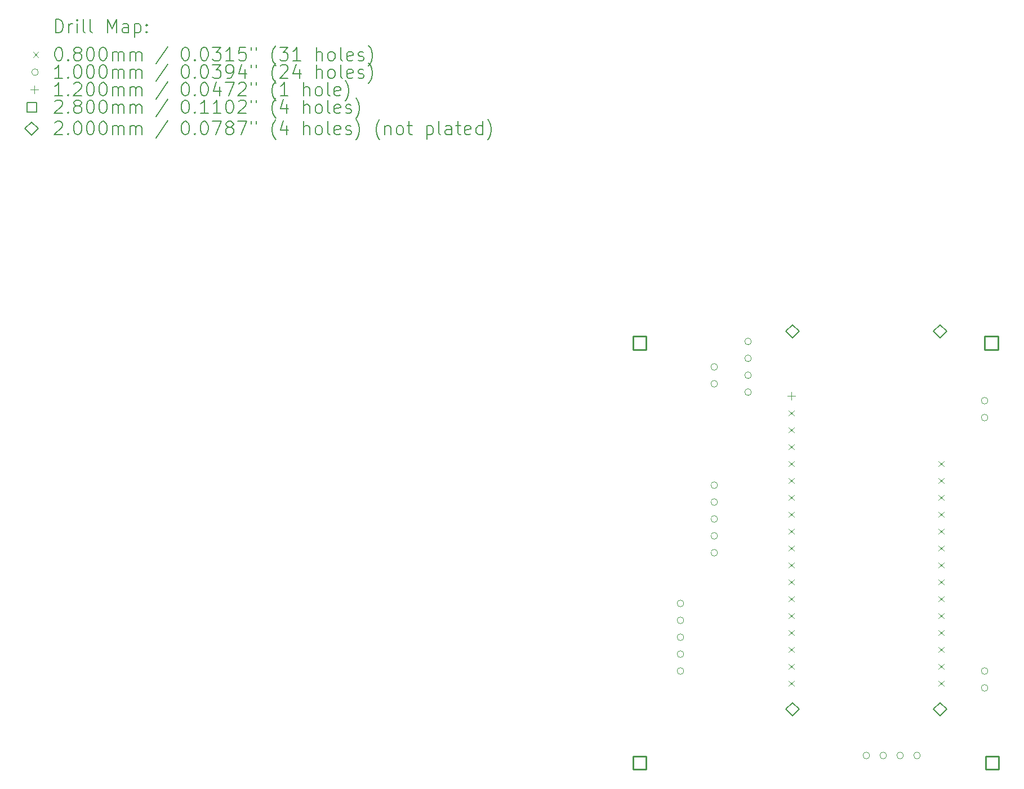
<source format=gbr>
%FSLAX45Y45*%
G04 Gerber Fmt 4.5, Leading zero omitted, Abs format (unit mm)*
G04 Created by KiCad (PCBNEW (6.0.4-0)) date 2022-05-17 11:22:08*
%MOMM*%
%LPD*%
G01*
G04 APERTURE LIST*
%ADD10C,0.200000*%
%ADD11C,0.080000*%
%ADD12C,0.100000*%
%ADD13C,0.120000*%
%ADD14C,0.280000*%
G04 APERTURE END LIST*
D10*
D11*
X11281000Y-5987000D02*
X11361000Y-6067000D01*
X11361000Y-5987000D02*
X11281000Y-6067000D01*
X11281000Y-6241000D02*
X11361000Y-6321000D01*
X11361000Y-6241000D02*
X11281000Y-6321000D01*
X11281000Y-6495000D02*
X11361000Y-6575000D01*
X11361000Y-6495000D02*
X11281000Y-6575000D01*
X11281000Y-6749000D02*
X11361000Y-6829000D01*
X11361000Y-6749000D02*
X11281000Y-6829000D01*
X11281000Y-7003000D02*
X11361000Y-7083000D01*
X11361000Y-7003000D02*
X11281000Y-7083000D01*
X11281000Y-7257000D02*
X11361000Y-7337000D01*
X11361000Y-7257000D02*
X11281000Y-7337000D01*
X11281000Y-7511000D02*
X11361000Y-7591000D01*
X11361000Y-7511000D02*
X11281000Y-7591000D01*
X11281000Y-7765000D02*
X11361000Y-7845000D01*
X11361000Y-7765000D02*
X11281000Y-7845000D01*
X11281000Y-8019000D02*
X11361000Y-8099000D01*
X11361000Y-8019000D02*
X11281000Y-8099000D01*
X11281000Y-8273000D02*
X11361000Y-8353000D01*
X11361000Y-8273000D02*
X11281000Y-8353000D01*
X11281000Y-8527000D02*
X11361000Y-8607000D01*
X11361000Y-8527000D02*
X11281000Y-8607000D01*
X11281000Y-8781000D02*
X11361000Y-8861000D01*
X11361000Y-8781000D02*
X11281000Y-8861000D01*
X11281000Y-9035000D02*
X11361000Y-9115000D01*
X11361000Y-9035000D02*
X11281000Y-9115000D01*
X11281000Y-9289000D02*
X11361000Y-9369000D01*
X11361000Y-9289000D02*
X11281000Y-9369000D01*
X11281000Y-9543000D02*
X11361000Y-9623000D01*
X11361000Y-9543000D02*
X11281000Y-9623000D01*
X11281000Y-9797000D02*
X11361000Y-9877000D01*
X11361000Y-9797000D02*
X11281000Y-9877000D01*
X11281000Y-10051000D02*
X11361000Y-10131000D01*
X11361000Y-10051000D02*
X11281000Y-10131000D01*
X13531000Y-6749000D02*
X13611000Y-6829000D01*
X13611000Y-6749000D02*
X13531000Y-6829000D01*
X13531000Y-7003000D02*
X13611000Y-7083000D01*
X13611000Y-7003000D02*
X13531000Y-7083000D01*
X13531000Y-7257000D02*
X13611000Y-7337000D01*
X13611000Y-7257000D02*
X13531000Y-7337000D01*
X13531000Y-7511000D02*
X13611000Y-7591000D01*
X13611000Y-7511000D02*
X13531000Y-7591000D01*
X13531000Y-7765000D02*
X13611000Y-7845000D01*
X13611000Y-7765000D02*
X13531000Y-7845000D01*
X13531000Y-8019000D02*
X13611000Y-8099000D01*
X13611000Y-8019000D02*
X13531000Y-8099000D01*
X13531000Y-8273000D02*
X13611000Y-8353000D01*
X13611000Y-8273000D02*
X13531000Y-8353000D01*
X13531000Y-8527000D02*
X13611000Y-8607000D01*
X13611000Y-8527000D02*
X13531000Y-8607000D01*
X13531000Y-8781000D02*
X13611000Y-8861000D01*
X13611000Y-8781000D02*
X13531000Y-8861000D01*
X13531000Y-9035000D02*
X13611000Y-9115000D01*
X13611000Y-9035000D02*
X13531000Y-9115000D01*
X13531000Y-9289000D02*
X13611000Y-9369000D01*
X13611000Y-9289000D02*
X13531000Y-9369000D01*
X13531000Y-9543000D02*
X13611000Y-9623000D01*
X13611000Y-9543000D02*
X13531000Y-9623000D01*
X13531000Y-9797000D02*
X13611000Y-9877000D01*
X13611000Y-9797000D02*
X13531000Y-9877000D01*
X13531000Y-10051000D02*
X13611000Y-10131000D01*
X13611000Y-10051000D02*
X13531000Y-10131000D01*
D12*
X9702000Y-8890000D02*
G75*
G03*
X9702000Y-8890000I-50000J0D01*
G01*
X9702000Y-9144000D02*
G75*
G03*
X9702000Y-9144000I-50000J0D01*
G01*
X9702000Y-9398000D02*
G75*
G03*
X9702000Y-9398000I-50000J0D01*
G01*
X9702000Y-9652000D02*
G75*
G03*
X9702000Y-9652000I-50000J0D01*
G01*
X9702000Y-9906000D02*
G75*
G03*
X9702000Y-9906000I-50000J0D01*
G01*
X10210000Y-5334000D02*
G75*
G03*
X10210000Y-5334000I-50000J0D01*
G01*
X10210000Y-5588000D02*
G75*
G03*
X10210000Y-5588000I-50000J0D01*
G01*
X10210000Y-7112500D02*
G75*
G03*
X10210000Y-7112500I-50000J0D01*
G01*
X10210000Y-7366500D02*
G75*
G03*
X10210000Y-7366500I-50000J0D01*
G01*
X10210000Y-7620500D02*
G75*
G03*
X10210000Y-7620500I-50000J0D01*
G01*
X10210000Y-7874500D02*
G75*
G03*
X10210000Y-7874500I-50000J0D01*
G01*
X10210000Y-8128500D02*
G75*
G03*
X10210000Y-8128500I-50000J0D01*
G01*
X10718000Y-4952000D02*
G75*
G03*
X10718000Y-4952000I-50000J0D01*
G01*
X10718000Y-5206000D02*
G75*
G03*
X10718000Y-5206000I-50000J0D01*
G01*
X10718000Y-5460000D02*
G75*
G03*
X10718000Y-5460000I-50000J0D01*
G01*
X10718000Y-5714000D02*
G75*
G03*
X10718000Y-5714000I-50000J0D01*
G01*
X12496000Y-11176000D02*
G75*
G03*
X12496000Y-11176000I-50000J0D01*
G01*
X12750000Y-11176000D02*
G75*
G03*
X12750000Y-11176000I-50000J0D01*
G01*
X13004000Y-11176000D02*
G75*
G03*
X13004000Y-11176000I-50000J0D01*
G01*
X13258000Y-11176000D02*
G75*
G03*
X13258000Y-11176000I-50000J0D01*
G01*
X14274000Y-5842000D02*
G75*
G03*
X14274000Y-5842000I-50000J0D01*
G01*
X14274000Y-6096000D02*
G75*
G03*
X14274000Y-6096000I-50000J0D01*
G01*
X14274000Y-9906000D02*
G75*
G03*
X14274000Y-9906000I-50000J0D01*
G01*
X14274000Y-10160000D02*
G75*
G03*
X14274000Y-10160000I-50000J0D01*
G01*
D13*
X11321000Y-5713000D02*
X11321000Y-5833000D01*
X11261000Y-5773000D02*
X11381000Y-5773000D01*
D14*
X9133996Y-5073996D02*
X9133996Y-4876004D01*
X8936004Y-4876004D01*
X8936004Y-5073996D01*
X9133996Y-5073996D01*
X9133996Y-11383996D02*
X9133996Y-11186004D01*
X8936004Y-11186004D01*
X8936004Y-11383996D01*
X9133996Y-11383996D01*
X14423996Y-5073996D02*
X14423996Y-4876004D01*
X14226004Y-4876004D01*
X14226004Y-5073996D01*
X14423996Y-5073996D01*
X14433996Y-11383996D02*
X14433996Y-11186004D01*
X14236004Y-11186004D01*
X14236004Y-11383996D01*
X14433996Y-11383996D01*
D10*
X11336000Y-4901000D02*
X11436000Y-4801000D01*
X11336000Y-4701000D01*
X11236000Y-4801000D01*
X11336000Y-4901000D01*
X11336000Y-10581000D02*
X11436000Y-10481000D01*
X11336000Y-10381000D01*
X11236000Y-10481000D01*
X11336000Y-10581000D01*
X13556000Y-4901000D02*
X13656000Y-4801000D01*
X13556000Y-4701000D01*
X13456000Y-4801000D01*
X13556000Y-4901000D01*
X13556000Y-10581000D02*
X13656000Y-10481000D01*
X13556000Y-10381000D01*
X13456000Y-10481000D01*
X13556000Y-10581000D01*
X257619Y-310476D02*
X257619Y-110476D01*
X305238Y-110476D01*
X333810Y-120000D01*
X352857Y-139048D01*
X362381Y-158095D01*
X371905Y-196190D01*
X371905Y-224762D01*
X362381Y-262857D01*
X352857Y-281905D01*
X333810Y-300952D01*
X305238Y-310476D01*
X257619Y-310476D01*
X457619Y-310476D02*
X457619Y-177143D01*
X457619Y-215238D02*
X467143Y-196190D01*
X476667Y-186667D01*
X495714Y-177143D01*
X514762Y-177143D01*
X581429Y-310476D02*
X581429Y-177143D01*
X581429Y-110476D02*
X571905Y-120000D01*
X581429Y-129524D01*
X590952Y-120000D01*
X581429Y-110476D01*
X581429Y-129524D01*
X705238Y-310476D02*
X686190Y-300952D01*
X676667Y-281905D01*
X676667Y-110476D01*
X810000Y-310476D02*
X790952Y-300952D01*
X781428Y-281905D01*
X781428Y-110476D01*
X1038571Y-310476D02*
X1038571Y-110476D01*
X1105238Y-253333D01*
X1171905Y-110476D01*
X1171905Y-310476D01*
X1352857Y-310476D02*
X1352857Y-205714D01*
X1343333Y-186667D01*
X1324286Y-177143D01*
X1286190Y-177143D01*
X1267143Y-186667D01*
X1352857Y-300952D02*
X1333810Y-310476D01*
X1286190Y-310476D01*
X1267143Y-300952D01*
X1257619Y-281905D01*
X1257619Y-262857D01*
X1267143Y-243809D01*
X1286190Y-234286D01*
X1333810Y-234286D01*
X1352857Y-224762D01*
X1448095Y-177143D02*
X1448095Y-377143D01*
X1448095Y-186667D02*
X1467143Y-177143D01*
X1505238Y-177143D01*
X1524286Y-186667D01*
X1533809Y-196190D01*
X1543333Y-215238D01*
X1543333Y-272381D01*
X1533809Y-291429D01*
X1524286Y-300952D01*
X1505238Y-310476D01*
X1467143Y-310476D01*
X1448095Y-300952D01*
X1629048Y-291429D02*
X1638571Y-300952D01*
X1629048Y-310476D01*
X1619524Y-300952D01*
X1629048Y-291429D01*
X1629048Y-310476D01*
X1629048Y-186667D02*
X1638571Y-196190D01*
X1629048Y-205714D01*
X1619524Y-196190D01*
X1629048Y-186667D01*
X1629048Y-205714D01*
D11*
X-80000Y-600000D02*
X0Y-680000D01*
X0Y-600000D02*
X-80000Y-680000D01*
D10*
X295714Y-530476D02*
X314762Y-530476D01*
X333810Y-540000D01*
X343333Y-549524D01*
X352857Y-568571D01*
X362381Y-606667D01*
X362381Y-654286D01*
X352857Y-692381D01*
X343333Y-711428D01*
X333810Y-720952D01*
X314762Y-730476D01*
X295714Y-730476D01*
X276667Y-720952D01*
X267143Y-711428D01*
X257619Y-692381D01*
X248095Y-654286D01*
X248095Y-606667D01*
X257619Y-568571D01*
X267143Y-549524D01*
X276667Y-540000D01*
X295714Y-530476D01*
X448095Y-711428D02*
X457619Y-720952D01*
X448095Y-730476D01*
X438571Y-720952D01*
X448095Y-711428D01*
X448095Y-730476D01*
X571905Y-616190D02*
X552857Y-606667D01*
X543333Y-597143D01*
X533810Y-578095D01*
X533810Y-568571D01*
X543333Y-549524D01*
X552857Y-540000D01*
X571905Y-530476D01*
X610000Y-530476D01*
X629048Y-540000D01*
X638571Y-549524D01*
X648095Y-568571D01*
X648095Y-578095D01*
X638571Y-597143D01*
X629048Y-606667D01*
X610000Y-616190D01*
X571905Y-616190D01*
X552857Y-625714D01*
X543333Y-635238D01*
X533810Y-654286D01*
X533810Y-692381D01*
X543333Y-711428D01*
X552857Y-720952D01*
X571905Y-730476D01*
X610000Y-730476D01*
X629048Y-720952D01*
X638571Y-711428D01*
X648095Y-692381D01*
X648095Y-654286D01*
X638571Y-635238D01*
X629048Y-625714D01*
X610000Y-616190D01*
X771905Y-530476D02*
X790952Y-530476D01*
X810000Y-540000D01*
X819524Y-549524D01*
X829048Y-568571D01*
X838571Y-606667D01*
X838571Y-654286D01*
X829048Y-692381D01*
X819524Y-711428D01*
X810000Y-720952D01*
X790952Y-730476D01*
X771905Y-730476D01*
X752857Y-720952D01*
X743333Y-711428D01*
X733809Y-692381D01*
X724286Y-654286D01*
X724286Y-606667D01*
X733809Y-568571D01*
X743333Y-549524D01*
X752857Y-540000D01*
X771905Y-530476D01*
X962381Y-530476D02*
X981428Y-530476D01*
X1000476Y-540000D01*
X1010000Y-549524D01*
X1019524Y-568571D01*
X1029048Y-606667D01*
X1029048Y-654286D01*
X1019524Y-692381D01*
X1010000Y-711428D01*
X1000476Y-720952D01*
X981428Y-730476D01*
X962381Y-730476D01*
X943333Y-720952D01*
X933809Y-711428D01*
X924286Y-692381D01*
X914762Y-654286D01*
X914762Y-606667D01*
X924286Y-568571D01*
X933809Y-549524D01*
X943333Y-540000D01*
X962381Y-530476D01*
X1114762Y-730476D02*
X1114762Y-597143D01*
X1114762Y-616190D02*
X1124286Y-606667D01*
X1143333Y-597143D01*
X1171905Y-597143D01*
X1190952Y-606667D01*
X1200476Y-625714D01*
X1200476Y-730476D01*
X1200476Y-625714D02*
X1210000Y-606667D01*
X1229048Y-597143D01*
X1257619Y-597143D01*
X1276667Y-606667D01*
X1286190Y-625714D01*
X1286190Y-730476D01*
X1381429Y-730476D02*
X1381429Y-597143D01*
X1381429Y-616190D02*
X1390952Y-606667D01*
X1410000Y-597143D01*
X1438571Y-597143D01*
X1457619Y-606667D01*
X1467143Y-625714D01*
X1467143Y-730476D01*
X1467143Y-625714D02*
X1476667Y-606667D01*
X1495714Y-597143D01*
X1524286Y-597143D01*
X1543333Y-606667D01*
X1552857Y-625714D01*
X1552857Y-730476D01*
X1943333Y-520952D02*
X1771905Y-778095D01*
X2200476Y-530476D02*
X2219524Y-530476D01*
X2238571Y-540000D01*
X2248095Y-549524D01*
X2257619Y-568571D01*
X2267143Y-606667D01*
X2267143Y-654286D01*
X2257619Y-692381D01*
X2248095Y-711428D01*
X2238571Y-720952D01*
X2219524Y-730476D01*
X2200476Y-730476D01*
X2181429Y-720952D01*
X2171905Y-711428D01*
X2162381Y-692381D01*
X2152857Y-654286D01*
X2152857Y-606667D01*
X2162381Y-568571D01*
X2171905Y-549524D01*
X2181429Y-540000D01*
X2200476Y-530476D01*
X2352857Y-711428D02*
X2362381Y-720952D01*
X2352857Y-730476D01*
X2343333Y-720952D01*
X2352857Y-711428D01*
X2352857Y-730476D01*
X2486190Y-530476D02*
X2505238Y-530476D01*
X2524286Y-540000D01*
X2533810Y-549524D01*
X2543333Y-568571D01*
X2552857Y-606667D01*
X2552857Y-654286D01*
X2543333Y-692381D01*
X2533810Y-711428D01*
X2524286Y-720952D01*
X2505238Y-730476D01*
X2486190Y-730476D01*
X2467143Y-720952D01*
X2457619Y-711428D01*
X2448095Y-692381D01*
X2438571Y-654286D01*
X2438571Y-606667D01*
X2448095Y-568571D01*
X2457619Y-549524D01*
X2467143Y-540000D01*
X2486190Y-530476D01*
X2619524Y-530476D02*
X2743333Y-530476D01*
X2676667Y-606667D01*
X2705238Y-606667D01*
X2724286Y-616190D01*
X2733810Y-625714D01*
X2743333Y-644762D01*
X2743333Y-692381D01*
X2733810Y-711428D01*
X2724286Y-720952D01*
X2705238Y-730476D01*
X2648095Y-730476D01*
X2629048Y-720952D01*
X2619524Y-711428D01*
X2933809Y-730476D02*
X2819524Y-730476D01*
X2876667Y-730476D02*
X2876667Y-530476D01*
X2857619Y-559048D01*
X2838571Y-578095D01*
X2819524Y-587619D01*
X3114762Y-530476D02*
X3019524Y-530476D01*
X3010000Y-625714D01*
X3019524Y-616190D01*
X3038571Y-606667D01*
X3086190Y-606667D01*
X3105238Y-616190D01*
X3114762Y-625714D01*
X3124286Y-644762D01*
X3124286Y-692381D01*
X3114762Y-711428D01*
X3105238Y-720952D01*
X3086190Y-730476D01*
X3038571Y-730476D01*
X3019524Y-720952D01*
X3010000Y-711428D01*
X3200476Y-530476D02*
X3200476Y-568571D01*
X3276667Y-530476D02*
X3276667Y-568571D01*
X3571905Y-806667D02*
X3562381Y-797143D01*
X3543333Y-768571D01*
X3533809Y-749524D01*
X3524286Y-720952D01*
X3514762Y-673333D01*
X3514762Y-635238D01*
X3524286Y-587619D01*
X3533809Y-559048D01*
X3543333Y-540000D01*
X3562381Y-511428D01*
X3571905Y-501905D01*
X3629048Y-530476D02*
X3752857Y-530476D01*
X3686190Y-606667D01*
X3714762Y-606667D01*
X3733809Y-616190D01*
X3743333Y-625714D01*
X3752857Y-644762D01*
X3752857Y-692381D01*
X3743333Y-711428D01*
X3733809Y-720952D01*
X3714762Y-730476D01*
X3657619Y-730476D01*
X3638571Y-720952D01*
X3629048Y-711428D01*
X3943333Y-730476D02*
X3829048Y-730476D01*
X3886190Y-730476D02*
X3886190Y-530476D01*
X3867143Y-559048D01*
X3848095Y-578095D01*
X3829048Y-587619D01*
X4181428Y-730476D02*
X4181428Y-530476D01*
X4267143Y-730476D02*
X4267143Y-625714D01*
X4257619Y-606667D01*
X4238571Y-597143D01*
X4210000Y-597143D01*
X4190952Y-606667D01*
X4181428Y-616190D01*
X4390952Y-730476D02*
X4371905Y-720952D01*
X4362381Y-711428D01*
X4352857Y-692381D01*
X4352857Y-635238D01*
X4362381Y-616190D01*
X4371905Y-606667D01*
X4390952Y-597143D01*
X4419524Y-597143D01*
X4438571Y-606667D01*
X4448095Y-616190D01*
X4457619Y-635238D01*
X4457619Y-692381D01*
X4448095Y-711428D01*
X4438571Y-720952D01*
X4419524Y-730476D01*
X4390952Y-730476D01*
X4571905Y-730476D02*
X4552857Y-720952D01*
X4543333Y-701905D01*
X4543333Y-530476D01*
X4724286Y-720952D02*
X4705238Y-730476D01*
X4667143Y-730476D01*
X4648095Y-720952D01*
X4638571Y-701905D01*
X4638571Y-625714D01*
X4648095Y-606667D01*
X4667143Y-597143D01*
X4705238Y-597143D01*
X4724286Y-606667D01*
X4733810Y-625714D01*
X4733810Y-644762D01*
X4638571Y-663810D01*
X4810000Y-720952D02*
X4829048Y-730476D01*
X4867143Y-730476D01*
X4886190Y-720952D01*
X4895714Y-701905D01*
X4895714Y-692381D01*
X4886190Y-673333D01*
X4867143Y-663810D01*
X4838571Y-663810D01*
X4819524Y-654286D01*
X4810000Y-635238D01*
X4810000Y-625714D01*
X4819524Y-606667D01*
X4838571Y-597143D01*
X4867143Y-597143D01*
X4886190Y-606667D01*
X4962381Y-806667D02*
X4971905Y-797143D01*
X4990952Y-768571D01*
X5000476Y-749524D01*
X5010000Y-720952D01*
X5019524Y-673333D01*
X5019524Y-635238D01*
X5010000Y-587619D01*
X5000476Y-559048D01*
X4990952Y-540000D01*
X4971905Y-511428D01*
X4962381Y-501905D01*
D12*
X0Y-904000D02*
G75*
G03*
X0Y-904000I-50000J0D01*
G01*
D10*
X362381Y-994476D02*
X248095Y-994476D01*
X305238Y-994476D02*
X305238Y-794476D01*
X286190Y-823048D01*
X267143Y-842095D01*
X248095Y-851619D01*
X448095Y-975428D02*
X457619Y-984952D01*
X448095Y-994476D01*
X438571Y-984952D01*
X448095Y-975428D01*
X448095Y-994476D01*
X581429Y-794476D02*
X600476Y-794476D01*
X619524Y-804000D01*
X629048Y-813524D01*
X638571Y-832571D01*
X648095Y-870667D01*
X648095Y-918286D01*
X638571Y-956381D01*
X629048Y-975428D01*
X619524Y-984952D01*
X600476Y-994476D01*
X581429Y-994476D01*
X562381Y-984952D01*
X552857Y-975428D01*
X543333Y-956381D01*
X533810Y-918286D01*
X533810Y-870667D01*
X543333Y-832571D01*
X552857Y-813524D01*
X562381Y-804000D01*
X581429Y-794476D01*
X771905Y-794476D02*
X790952Y-794476D01*
X810000Y-804000D01*
X819524Y-813524D01*
X829048Y-832571D01*
X838571Y-870667D01*
X838571Y-918286D01*
X829048Y-956381D01*
X819524Y-975428D01*
X810000Y-984952D01*
X790952Y-994476D01*
X771905Y-994476D01*
X752857Y-984952D01*
X743333Y-975428D01*
X733809Y-956381D01*
X724286Y-918286D01*
X724286Y-870667D01*
X733809Y-832571D01*
X743333Y-813524D01*
X752857Y-804000D01*
X771905Y-794476D01*
X962381Y-794476D02*
X981428Y-794476D01*
X1000476Y-804000D01*
X1010000Y-813524D01*
X1019524Y-832571D01*
X1029048Y-870667D01*
X1029048Y-918286D01*
X1019524Y-956381D01*
X1010000Y-975428D01*
X1000476Y-984952D01*
X981428Y-994476D01*
X962381Y-994476D01*
X943333Y-984952D01*
X933809Y-975428D01*
X924286Y-956381D01*
X914762Y-918286D01*
X914762Y-870667D01*
X924286Y-832571D01*
X933809Y-813524D01*
X943333Y-804000D01*
X962381Y-794476D01*
X1114762Y-994476D02*
X1114762Y-861143D01*
X1114762Y-880190D02*
X1124286Y-870667D01*
X1143333Y-861143D01*
X1171905Y-861143D01*
X1190952Y-870667D01*
X1200476Y-889714D01*
X1200476Y-994476D01*
X1200476Y-889714D02*
X1210000Y-870667D01*
X1229048Y-861143D01*
X1257619Y-861143D01*
X1276667Y-870667D01*
X1286190Y-889714D01*
X1286190Y-994476D01*
X1381429Y-994476D02*
X1381429Y-861143D01*
X1381429Y-880190D02*
X1390952Y-870667D01*
X1410000Y-861143D01*
X1438571Y-861143D01*
X1457619Y-870667D01*
X1467143Y-889714D01*
X1467143Y-994476D01*
X1467143Y-889714D02*
X1476667Y-870667D01*
X1495714Y-861143D01*
X1524286Y-861143D01*
X1543333Y-870667D01*
X1552857Y-889714D01*
X1552857Y-994476D01*
X1943333Y-784952D02*
X1771905Y-1042095D01*
X2200476Y-794476D02*
X2219524Y-794476D01*
X2238571Y-804000D01*
X2248095Y-813524D01*
X2257619Y-832571D01*
X2267143Y-870667D01*
X2267143Y-918286D01*
X2257619Y-956381D01*
X2248095Y-975428D01*
X2238571Y-984952D01*
X2219524Y-994476D01*
X2200476Y-994476D01*
X2181429Y-984952D01*
X2171905Y-975428D01*
X2162381Y-956381D01*
X2152857Y-918286D01*
X2152857Y-870667D01*
X2162381Y-832571D01*
X2171905Y-813524D01*
X2181429Y-804000D01*
X2200476Y-794476D01*
X2352857Y-975428D02*
X2362381Y-984952D01*
X2352857Y-994476D01*
X2343333Y-984952D01*
X2352857Y-975428D01*
X2352857Y-994476D01*
X2486190Y-794476D02*
X2505238Y-794476D01*
X2524286Y-804000D01*
X2533810Y-813524D01*
X2543333Y-832571D01*
X2552857Y-870667D01*
X2552857Y-918286D01*
X2543333Y-956381D01*
X2533810Y-975428D01*
X2524286Y-984952D01*
X2505238Y-994476D01*
X2486190Y-994476D01*
X2467143Y-984952D01*
X2457619Y-975428D01*
X2448095Y-956381D01*
X2438571Y-918286D01*
X2438571Y-870667D01*
X2448095Y-832571D01*
X2457619Y-813524D01*
X2467143Y-804000D01*
X2486190Y-794476D01*
X2619524Y-794476D02*
X2743333Y-794476D01*
X2676667Y-870667D01*
X2705238Y-870667D01*
X2724286Y-880190D01*
X2733810Y-889714D01*
X2743333Y-908762D01*
X2743333Y-956381D01*
X2733810Y-975428D01*
X2724286Y-984952D01*
X2705238Y-994476D01*
X2648095Y-994476D01*
X2629048Y-984952D01*
X2619524Y-975428D01*
X2838571Y-994476D02*
X2876667Y-994476D01*
X2895714Y-984952D01*
X2905238Y-975428D01*
X2924286Y-946857D01*
X2933809Y-908762D01*
X2933809Y-832571D01*
X2924286Y-813524D01*
X2914762Y-804000D01*
X2895714Y-794476D01*
X2857619Y-794476D01*
X2838571Y-804000D01*
X2829048Y-813524D01*
X2819524Y-832571D01*
X2819524Y-880190D01*
X2829048Y-899238D01*
X2838571Y-908762D01*
X2857619Y-918286D01*
X2895714Y-918286D01*
X2914762Y-908762D01*
X2924286Y-899238D01*
X2933809Y-880190D01*
X3105238Y-861143D02*
X3105238Y-994476D01*
X3057619Y-784952D02*
X3010000Y-927809D01*
X3133809Y-927809D01*
X3200476Y-794476D02*
X3200476Y-832571D01*
X3276667Y-794476D02*
X3276667Y-832571D01*
X3571905Y-1070667D02*
X3562381Y-1061143D01*
X3543333Y-1032571D01*
X3533809Y-1013524D01*
X3524286Y-984952D01*
X3514762Y-937333D01*
X3514762Y-899238D01*
X3524286Y-851619D01*
X3533809Y-823048D01*
X3543333Y-804000D01*
X3562381Y-775428D01*
X3571905Y-765905D01*
X3638571Y-813524D02*
X3648095Y-804000D01*
X3667143Y-794476D01*
X3714762Y-794476D01*
X3733809Y-804000D01*
X3743333Y-813524D01*
X3752857Y-832571D01*
X3752857Y-851619D01*
X3743333Y-880190D01*
X3629048Y-994476D01*
X3752857Y-994476D01*
X3924286Y-861143D02*
X3924286Y-994476D01*
X3876667Y-784952D02*
X3829048Y-927809D01*
X3952857Y-927809D01*
X4181428Y-994476D02*
X4181428Y-794476D01*
X4267143Y-994476D02*
X4267143Y-889714D01*
X4257619Y-870667D01*
X4238571Y-861143D01*
X4210000Y-861143D01*
X4190952Y-870667D01*
X4181428Y-880190D01*
X4390952Y-994476D02*
X4371905Y-984952D01*
X4362381Y-975428D01*
X4352857Y-956381D01*
X4352857Y-899238D01*
X4362381Y-880190D01*
X4371905Y-870667D01*
X4390952Y-861143D01*
X4419524Y-861143D01*
X4438571Y-870667D01*
X4448095Y-880190D01*
X4457619Y-899238D01*
X4457619Y-956381D01*
X4448095Y-975428D01*
X4438571Y-984952D01*
X4419524Y-994476D01*
X4390952Y-994476D01*
X4571905Y-994476D02*
X4552857Y-984952D01*
X4543333Y-965905D01*
X4543333Y-794476D01*
X4724286Y-984952D02*
X4705238Y-994476D01*
X4667143Y-994476D01*
X4648095Y-984952D01*
X4638571Y-965905D01*
X4638571Y-889714D01*
X4648095Y-870667D01*
X4667143Y-861143D01*
X4705238Y-861143D01*
X4724286Y-870667D01*
X4733810Y-889714D01*
X4733810Y-908762D01*
X4638571Y-927809D01*
X4810000Y-984952D02*
X4829048Y-994476D01*
X4867143Y-994476D01*
X4886190Y-984952D01*
X4895714Y-965905D01*
X4895714Y-956381D01*
X4886190Y-937333D01*
X4867143Y-927809D01*
X4838571Y-927809D01*
X4819524Y-918286D01*
X4810000Y-899238D01*
X4810000Y-889714D01*
X4819524Y-870667D01*
X4838571Y-861143D01*
X4867143Y-861143D01*
X4886190Y-870667D01*
X4962381Y-1070667D02*
X4971905Y-1061143D01*
X4990952Y-1032571D01*
X5000476Y-1013524D01*
X5010000Y-984952D01*
X5019524Y-937333D01*
X5019524Y-899238D01*
X5010000Y-851619D01*
X5000476Y-823048D01*
X4990952Y-804000D01*
X4971905Y-775428D01*
X4962381Y-765905D01*
D13*
X-60000Y-1108000D02*
X-60000Y-1228000D01*
X-120000Y-1168000D02*
X0Y-1168000D01*
D10*
X362381Y-1258476D02*
X248095Y-1258476D01*
X305238Y-1258476D02*
X305238Y-1058476D01*
X286190Y-1087048D01*
X267143Y-1106095D01*
X248095Y-1115619D01*
X448095Y-1239429D02*
X457619Y-1248952D01*
X448095Y-1258476D01*
X438571Y-1248952D01*
X448095Y-1239429D01*
X448095Y-1258476D01*
X533810Y-1077524D02*
X543333Y-1068000D01*
X562381Y-1058476D01*
X610000Y-1058476D01*
X629048Y-1068000D01*
X638571Y-1077524D01*
X648095Y-1096571D01*
X648095Y-1115619D01*
X638571Y-1144190D01*
X524286Y-1258476D01*
X648095Y-1258476D01*
X771905Y-1058476D02*
X790952Y-1058476D01*
X810000Y-1068000D01*
X819524Y-1077524D01*
X829048Y-1096571D01*
X838571Y-1134667D01*
X838571Y-1182286D01*
X829048Y-1220381D01*
X819524Y-1239429D01*
X810000Y-1248952D01*
X790952Y-1258476D01*
X771905Y-1258476D01*
X752857Y-1248952D01*
X743333Y-1239429D01*
X733809Y-1220381D01*
X724286Y-1182286D01*
X724286Y-1134667D01*
X733809Y-1096571D01*
X743333Y-1077524D01*
X752857Y-1068000D01*
X771905Y-1058476D01*
X962381Y-1058476D02*
X981428Y-1058476D01*
X1000476Y-1068000D01*
X1010000Y-1077524D01*
X1019524Y-1096571D01*
X1029048Y-1134667D01*
X1029048Y-1182286D01*
X1019524Y-1220381D01*
X1010000Y-1239429D01*
X1000476Y-1248952D01*
X981428Y-1258476D01*
X962381Y-1258476D01*
X943333Y-1248952D01*
X933809Y-1239429D01*
X924286Y-1220381D01*
X914762Y-1182286D01*
X914762Y-1134667D01*
X924286Y-1096571D01*
X933809Y-1077524D01*
X943333Y-1068000D01*
X962381Y-1058476D01*
X1114762Y-1258476D02*
X1114762Y-1125143D01*
X1114762Y-1144190D02*
X1124286Y-1134667D01*
X1143333Y-1125143D01*
X1171905Y-1125143D01*
X1190952Y-1134667D01*
X1200476Y-1153714D01*
X1200476Y-1258476D01*
X1200476Y-1153714D02*
X1210000Y-1134667D01*
X1229048Y-1125143D01*
X1257619Y-1125143D01*
X1276667Y-1134667D01*
X1286190Y-1153714D01*
X1286190Y-1258476D01*
X1381429Y-1258476D02*
X1381429Y-1125143D01*
X1381429Y-1144190D02*
X1390952Y-1134667D01*
X1410000Y-1125143D01*
X1438571Y-1125143D01*
X1457619Y-1134667D01*
X1467143Y-1153714D01*
X1467143Y-1258476D01*
X1467143Y-1153714D02*
X1476667Y-1134667D01*
X1495714Y-1125143D01*
X1524286Y-1125143D01*
X1543333Y-1134667D01*
X1552857Y-1153714D01*
X1552857Y-1258476D01*
X1943333Y-1048952D02*
X1771905Y-1306095D01*
X2200476Y-1058476D02*
X2219524Y-1058476D01*
X2238571Y-1068000D01*
X2248095Y-1077524D01*
X2257619Y-1096571D01*
X2267143Y-1134667D01*
X2267143Y-1182286D01*
X2257619Y-1220381D01*
X2248095Y-1239429D01*
X2238571Y-1248952D01*
X2219524Y-1258476D01*
X2200476Y-1258476D01*
X2181429Y-1248952D01*
X2171905Y-1239429D01*
X2162381Y-1220381D01*
X2152857Y-1182286D01*
X2152857Y-1134667D01*
X2162381Y-1096571D01*
X2171905Y-1077524D01*
X2181429Y-1068000D01*
X2200476Y-1058476D01*
X2352857Y-1239429D02*
X2362381Y-1248952D01*
X2352857Y-1258476D01*
X2343333Y-1248952D01*
X2352857Y-1239429D01*
X2352857Y-1258476D01*
X2486190Y-1058476D02*
X2505238Y-1058476D01*
X2524286Y-1068000D01*
X2533810Y-1077524D01*
X2543333Y-1096571D01*
X2552857Y-1134667D01*
X2552857Y-1182286D01*
X2543333Y-1220381D01*
X2533810Y-1239429D01*
X2524286Y-1248952D01*
X2505238Y-1258476D01*
X2486190Y-1258476D01*
X2467143Y-1248952D01*
X2457619Y-1239429D01*
X2448095Y-1220381D01*
X2438571Y-1182286D01*
X2438571Y-1134667D01*
X2448095Y-1096571D01*
X2457619Y-1077524D01*
X2467143Y-1068000D01*
X2486190Y-1058476D01*
X2724286Y-1125143D02*
X2724286Y-1258476D01*
X2676667Y-1048952D02*
X2629048Y-1191810D01*
X2752857Y-1191810D01*
X2810000Y-1058476D02*
X2943333Y-1058476D01*
X2857619Y-1258476D01*
X3010000Y-1077524D02*
X3019524Y-1068000D01*
X3038571Y-1058476D01*
X3086190Y-1058476D01*
X3105238Y-1068000D01*
X3114762Y-1077524D01*
X3124286Y-1096571D01*
X3124286Y-1115619D01*
X3114762Y-1144190D01*
X3000476Y-1258476D01*
X3124286Y-1258476D01*
X3200476Y-1058476D02*
X3200476Y-1096571D01*
X3276667Y-1058476D02*
X3276667Y-1096571D01*
X3571905Y-1334667D02*
X3562381Y-1325143D01*
X3543333Y-1296571D01*
X3533809Y-1277524D01*
X3524286Y-1248952D01*
X3514762Y-1201333D01*
X3514762Y-1163238D01*
X3524286Y-1115619D01*
X3533809Y-1087048D01*
X3543333Y-1068000D01*
X3562381Y-1039428D01*
X3571905Y-1029905D01*
X3752857Y-1258476D02*
X3638571Y-1258476D01*
X3695714Y-1258476D02*
X3695714Y-1058476D01*
X3676667Y-1087048D01*
X3657619Y-1106095D01*
X3638571Y-1115619D01*
X3990952Y-1258476D02*
X3990952Y-1058476D01*
X4076667Y-1258476D02*
X4076667Y-1153714D01*
X4067143Y-1134667D01*
X4048095Y-1125143D01*
X4019524Y-1125143D01*
X4000476Y-1134667D01*
X3990952Y-1144190D01*
X4200476Y-1258476D02*
X4181428Y-1248952D01*
X4171905Y-1239429D01*
X4162381Y-1220381D01*
X4162381Y-1163238D01*
X4171905Y-1144190D01*
X4181428Y-1134667D01*
X4200476Y-1125143D01*
X4229048Y-1125143D01*
X4248095Y-1134667D01*
X4257619Y-1144190D01*
X4267143Y-1163238D01*
X4267143Y-1220381D01*
X4257619Y-1239429D01*
X4248095Y-1248952D01*
X4229048Y-1258476D01*
X4200476Y-1258476D01*
X4381429Y-1258476D02*
X4362381Y-1248952D01*
X4352857Y-1229905D01*
X4352857Y-1058476D01*
X4533810Y-1248952D02*
X4514762Y-1258476D01*
X4476667Y-1258476D01*
X4457619Y-1248952D01*
X4448095Y-1229905D01*
X4448095Y-1153714D01*
X4457619Y-1134667D01*
X4476667Y-1125143D01*
X4514762Y-1125143D01*
X4533810Y-1134667D01*
X4543333Y-1153714D01*
X4543333Y-1172762D01*
X4448095Y-1191810D01*
X4610000Y-1334667D02*
X4619524Y-1325143D01*
X4638571Y-1296571D01*
X4648095Y-1277524D01*
X4657619Y-1248952D01*
X4667143Y-1201333D01*
X4667143Y-1163238D01*
X4657619Y-1115619D01*
X4648095Y-1087048D01*
X4638571Y-1068000D01*
X4619524Y-1039428D01*
X4610000Y-1029905D01*
X-29289Y-1502711D02*
X-29289Y-1361289D01*
X-170711Y-1361289D01*
X-170711Y-1502711D01*
X-29289Y-1502711D01*
X248095Y-1341524D02*
X257619Y-1332000D01*
X276667Y-1322476D01*
X324286Y-1322476D01*
X343333Y-1332000D01*
X352857Y-1341524D01*
X362381Y-1360571D01*
X362381Y-1379619D01*
X352857Y-1408190D01*
X238571Y-1522476D01*
X362381Y-1522476D01*
X448095Y-1503428D02*
X457619Y-1512952D01*
X448095Y-1522476D01*
X438571Y-1512952D01*
X448095Y-1503428D01*
X448095Y-1522476D01*
X571905Y-1408190D02*
X552857Y-1398667D01*
X543333Y-1389143D01*
X533810Y-1370095D01*
X533810Y-1360571D01*
X543333Y-1341524D01*
X552857Y-1332000D01*
X571905Y-1322476D01*
X610000Y-1322476D01*
X629048Y-1332000D01*
X638571Y-1341524D01*
X648095Y-1360571D01*
X648095Y-1370095D01*
X638571Y-1389143D01*
X629048Y-1398667D01*
X610000Y-1408190D01*
X571905Y-1408190D01*
X552857Y-1417714D01*
X543333Y-1427238D01*
X533810Y-1446286D01*
X533810Y-1484381D01*
X543333Y-1503428D01*
X552857Y-1512952D01*
X571905Y-1522476D01*
X610000Y-1522476D01*
X629048Y-1512952D01*
X638571Y-1503428D01*
X648095Y-1484381D01*
X648095Y-1446286D01*
X638571Y-1427238D01*
X629048Y-1417714D01*
X610000Y-1408190D01*
X771905Y-1322476D02*
X790952Y-1322476D01*
X810000Y-1332000D01*
X819524Y-1341524D01*
X829048Y-1360571D01*
X838571Y-1398667D01*
X838571Y-1446286D01*
X829048Y-1484381D01*
X819524Y-1503428D01*
X810000Y-1512952D01*
X790952Y-1522476D01*
X771905Y-1522476D01*
X752857Y-1512952D01*
X743333Y-1503428D01*
X733809Y-1484381D01*
X724286Y-1446286D01*
X724286Y-1398667D01*
X733809Y-1360571D01*
X743333Y-1341524D01*
X752857Y-1332000D01*
X771905Y-1322476D01*
X962381Y-1322476D02*
X981428Y-1322476D01*
X1000476Y-1332000D01*
X1010000Y-1341524D01*
X1019524Y-1360571D01*
X1029048Y-1398667D01*
X1029048Y-1446286D01*
X1019524Y-1484381D01*
X1010000Y-1503428D01*
X1000476Y-1512952D01*
X981428Y-1522476D01*
X962381Y-1522476D01*
X943333Y-1512952D01*
X933809Y-1503428D01*
X924286Y-1484381D01*
X914762Y-1446286D01*
X914762Y-1398667D01*
X924286Y-1360571D01*
X933809Y-1341524D01*
X943333Y-1332000D01*
X962381Y-1322476D01*
X1114762Y-1522476D02*
X1114762Y-1389143D01*
X1114762Y-1408190D02*
X1124286Y-1398667D01*
X1143333Y-1389143D01*
X1171905Y-1389143D01*
X1190952Y-1398667D01*
X1200476Y-1417714D01*
X1200476Y-1522476D01*
X1200476Y-1417714D02*
X1210000Y-1398667D01*
X1229048Y-1389143D01*
X1257619Y-1389143D01*
X1276667Y-1398667D01*
X1286190Y-1417714D01*
X1286190Y-1522476D01*
X1381429Y-1522476D02*
X1381429Y-1389143D01*
X1381429Y-1408190D02*
X1390952Y-1398667D01*
X1410000Y-1389143D01*
X1438571Y-1389143D01*
X1457619Y-1398667D01*
X1467143Y-1417714D01*
X1467143Y-1522476D01*
X1467143Y-1417714D02*
X1476667Y-1398667D01*
X1495714Y-1389143D01*
X1524286Y-1389143D01*
X1543333Y-1398667D01*
X1552857Y-1417714D01*
X1552857Y-1522476D01*
X1943333Y-1312952D02*
X1771905Y-1570095D01*
X2200476Y-1322476D02*
X2219524Y-1322476D01*
X2238571Y-1332000D01*
X2248095Y-1341524D01*
X2257619Y-1360571D01*
X2267143Y-1398667D01*
X2267143Y-1446286D01*
X2257619Y-1484381D01*
X2248095Y-1503428D01*
X2238571Y-1512952D01*
X2219524Y-1522476D01*
X2200476Y-1522476D01*
X2181429Y-1512952D01*
X2171905Y-1503428D01*
X2162381Y-1484381D01*
X2152857Y-1446286D01*
X2152857Y-1398667D01*
X2162381Y-1360571D01*
X2171905Y-1341524D01*
X2181429Y-1332000D01*
X2200476Y-1322476D01*
X2352857Y-1503428D02*
X2362381Y-1512952D01*
X2352857Y-1522476D01*
X2343333Y-1512952D01*
X2352857Y-1503428D01*
X2352857Y-1522476D01*
X2552857Y-1522476D02*
X2438571Y-1522476D01*
X2495714Y-1522476D02*
X2495714Y-1322476D01*
X2476667Y-1351048D01*
X2457619Y-1370095D01*
X2438571Y-1379619D01*
X2743333Y-1522476D02*
X2629048Y-1522476D01*
X2686190Y-1522476D02*
X2686190Y-1322476D01*
X2667143Y-1351048D01*
X2648095Y-1370095D01*
X2629048Y-1379619D01*
X2867143Y-1322476D02*
X2886190Y-1322476D01*
X2905238Y-1332000D01*
X2914762Y-1341524D01*
X2924286Y-1360571D01*
X2933809Y-1398667D01*
X2933809Y-1446286D01*
X2924286Y-1484381D01*
X2914762Y-1503428D01*
X2905238Y-1512952D01*
X2886190Y-1522476D01*
X2867143Y-1522476D01*
X2848095Y-1512952D01*
X2838571Y-1503428D01*
X2829048Y-1484381D01*
X2819524Y-1446286D01*
X2819524Y-1398667D01*
X2829048Y-1360571D01*
X2838571Y-1341524D01*
X2848095Y-1332000D01*
X2867143Y-1322476D01*
X3010000Y-1341524D02*
X3019524Y-1332000D01*
X3038571Y-1322476D01*
X3086190Y-1322476D01*
X3105238Y-1332000D01*
X3114762Y-1341524D01*
X3124286Y-1360571D01*
X3124286Y-1379619D01*
X3114762Y-1408190D01*
X3000476Y-1522476D01*
X3124286Y-1522476D01*
X3200476Y-1322476D02*
X3200476Y-1360571D01*
X3276667Y-1322476D02*
X3276667Y-1360571D01*
X3571905Y-1598667D02*
X3562381Y-1589143D01*
X3543333Y-1560571D01*
X3533809Y-1541524D01*
X3524286Y-1512952D01*
X3514762Y-1465333D01*
X3514762Y-1427238D01*
X3524286Y-1379619D01*
X3533809Y-1351048D01*
X3543333Y-1332000D01*
X3562381Y-1303429D01*
X3571905Y-1293905D01*
X3733809Y-1389143D02*
X3733809Y-1522476D01*
X3686190Y-1312952D02*
X3638571Y-1455809D01*
X3762381Y-1455809D01*
X3990952Y-1522476D02*
X3990952Y-1322476D01*
X4076667Y-1522476D02*
X4076667Y-1417714D01*
X4067143Y-1398667D01*
X4048095Y-1389143D01*
X4019524Y-1389143D01*
X4000476Y-1398667D01*
X3990952Y-1408190D01*
X4200476Y-1522476D02*
X4181428Y-1512952D01*
X4171905Y-1503428D01*
X4162381Y-1484381D01*
X4162381Y-1427238D01*
X4171905Y-1408190D01*
X4181428Y-1398667D01*
X4200476Y-1389143D01*
X4229048Y-1389143D01*
X4248095Y-1398667D01*
X4257619Y-1408190D01*
X4267143Y-1427238D01*
X4267143Y-1484381D01*
X4257619Y-1503428D01*
X4248095Y-1512952D01*
X4229048Y-1522476D01*
X4200476Y-1522476D01*
X4381429Y-1522476D02*
X4362381Y-1512952D01*
X4352857Y-1493905D01*
X4352857Y-1322476D01*
X4533810Y-1512952D02*
X4514762Y-1522476D01*
X4476667Y-1522476D01*
X4457619Y-1512952D01*
X4448095Y-1493905D01*
X4448095Y-1417714D01*
X4457619Y-1398667D01*
X4476667Y-1389143D01*
X4514762Y-1389143D01*
X4533810Y-1398667D01*
X4543333Y-1417714D01*
X4543333Y-1436762D01*
X4448095Y-1455809D01*
X4619524Y-1512952D02*
X4638571Y-1522476D01*
X4676667Y-1522476D01*
X4695714Y-1512952D01*
X4705238Y-1493905D01*
X4705238Y-1484381D01*
X4695714Y-1465333D01*
X4676667Y-1455809D01*
X4648095Y-1455809D01*
X4629048Y-1446286D01*
X4619524Y-1427238D01*
X4619524Y-1417714D01*
X4629048Y-1398667D01*
X4648095Y-1389143D01*
X4676667Y-1389143D01*
X4695714Y-1398667D01*
X4771905Y-1598667D02*
X4781429Y-1589143D01*
X4800476Y-1560571D01*
X4810000Y-1541524D01*
X4819524Y-1512952D01*
X4829048Y-1465333D01*
X4829048Y-1427238D01*
X4819524Y-1379619D01*
X4810000Y-1351048D01*
X4800476Y-1332000D01*
X4781429Y-1303429D01*
X4771905Y-1293905D01*
X-100000Y-1852000D02*
X0Y-1752000D01*
X-100000Y-1652000D01*
X-200000Y-1752000D01*
X-100000Y-1852000D01*
X248095Y-1661524D02*
X257619Y-1652000D01*
X276667Y-1642476D01*
X324286Y-1642476D01*
X343333Y-1652000D01*
X352857Y-1661524D01*
X362381Y-1680571D01*
X362381Y-1699619D01*
X352857Y-1728190D01*
X238571Y-1842476D01*
X362381Y-1842476D01*
X448095Y-1823428D02*
X457619Y-1832952D01*
X448095Y-1842476D01*
X438571Y-1832952D01*
X448095Y-1823428D01*
X448095Y-1842476D01*
X581429Y-1642476D02*
X600476Y-1642476D01*
X619524Y-1652000D01*
X629048Y-1661524D01*
X638571Y-1680571D01*
X648095Y-1718667D01*
X648095Y-1766286D01*
X638571Y-1804381D01*
X629048Y-1823428D01*
X619524Y-1832952D01*
X600476Y-1842476D01*
X581429Y-1842476D01*
X562381Y-1832952D01*
X552857Y-1823428D01*
X543333Y-1804381D01*
X533810Y-1766286D01*
X533810Y-1718667D01*
X543333Y-1680571D01*
X552857Y-1661524D01*
X562381Y-1652000D01*
X581429Y-1642476D01*
X771905Y-1642476D02*
X790952Y-1642476D01*
X810000Y-1652000D01*
X819524Y-1661524D01*
X829048Y-1680571D01*
X838571Y-1718667D01*
X838571Y-1766286D01*
X829048Y-1804381D01*
X819524Y-1823428D01*
X810000Y-1832952D01*
X790952Y-1842476D01*
X771905Y-1842476D01*
X752857Y-1832952D01*
X743333Y-1823428D01*
X733809Y-1804381D01*
X724286Y-1766286D01*
X724286Y-1718667D01*
X733809Y-1680571D01*
X743333Y-1661524D01*
X752857Y-1652000D01*
X771905Y-1642476D01*
X962381Y-1642476D02*
X981428Y-1642476D01*
X1000476Y-1652000D01*
X1010000Y-1661524D01*
X1019524Y-1680571D01*
X1029048Y-1718667D01*
X1029048Y-1766286D01*
X1019524Y-1804381D01*
X1010000Y-1823428D01*
X1000476Y-1832952D01*
X981428Y-1842476D01*
X962381Y-1842476D01*
X943333Y-1832952D01*
X933809Y-1823428D01*
X924286Y-1804381D01*
X914762Y-1766286D01*
X914762Y-1718667D01*
X924286Y-1680571D01*
X933809Y-1661524D01*
X943333Y-1652000D01*
X962381Y-1642476D01*
X1114762Y-1842476D02*
X1114762Y-1709143D01*
X1114762Y-1728190D02*
X1124286Y-1718667D01*
X1143333Y-1709143D01*
X1171905Y-1709143D01*
X1190952Y-1718667D01*
X1200476Y-1737714D01*
X1200476Y-1842476D01*
X1200476Y-1737714D02*
X1210000Y-1718667D01*
X1229048Y-1709143D01*
X1257619Y-1709143D01*
X1276667Y-1718667D01*
X1286190Y-1737714D01*
X1286190Y-1842476D01*
X1381429Y-1842476D02*
X1381429Y-1709143D01*
X1381429Y-1728190D02*
X1390952Y-1718667D01*
X1410000Y-1709143D01*
X1438571Y-1709143D01*
X1457619Y-1718667D01*
X1467143Y-1737714D01*
X1467143Y-1842476D01*
X1467143Y-1737714D02*
X1476667Y-1718667D01*
X1495714Y-1709143D01*
X1524286Y-1709143D01*
X1543333Y-1718667D01*
X1552857Y-1737714D01*
X1552857Y-1842476D01*
X1943333Y-1632952D02*
X1771905Y-1890095D01*
X2200476Y-1642476D02*
X2219524Y-1642476D01*
X2238571Y-1652000D01*
X2248095Y-1661524D01*
X2257619Y-1680571D01*
X2267143Y-1718667D01*
X2267143Y-1766286D01*
X2257619Y-1804381D01*
X2248095Y-1823428D01*
X2238571Y-1832952D01*
X2219524Y-1842476D01*
X2200476Y-1842476D01*
X2181429Y-1832952D01*
X2171905Y-1823428D01*
X2162381Y-1804381D01*
X2152857Y-1766286D01*
X2152857Y-1718667D01*
X2162381Y-1680571D01*
X2171905Y-1661524D01*
X2181429Y-1652000D01*
X2200476Y-1642476D01*
X2352857Y-1823428D02*
X2362381Y-1832952D01*
X2352857Y-1842476D01*
X2343333Y-1832952D01*
X2352857Y-1823428D01*
X2352857Y-1842476D01*
X2486190Y-1642476D02*
X2505238Y-1642476D01*
X2524286Y-1652000D01*
X2533810Y-1661524D01*
X2543333Y-1680571D01*
X2552857Y-1718667D01*
X2552857Y-1766286D01*
X2543333Y-1804381D01*
X2533810Y-1823428D01*
X2524286Y-1832952D01*
X2505238Y-1842476D01*
X2486190Y-1842476D01*
X2467143Y-1832952D01*
X2457619Y-1823428D01*
X2448095Y-1804381D01*
X2438571Y-1766286D01*
X2438571Y-1718667D01*
X2448095Y-1680571D01*
X2457619Y-1661524D01*
X2467143Y-1652000D01*
X2486190Y-1642476D01*
X2619524Y-1642476D02*
X2752857Y-1642476D01*
X2667143Y-1842476D01*
X2857619Y-1728190D02*
X2838571Y-1718667D01*
X2829048Y-1709143D01*
X2819524Y-1690095D01*
X2819524Y-1680571D01*
X2829048Y-1661524D01*
X2838571Y-1652000D01*
X2857619Y-1642476D01*
X2895714Y-1642476D01*
X2914762Y-1652000D01*
X2924286Y-1661524D01*
X2933809Y-1680571D01*
X2933809Y-1690095D01*
X2924286Y-1709143D01*
X2914762Y-1718667D01*
X2895714Y-1728190D01*
X2857619Y-1728190D01*
X2838571Y-1737714D01*
X2829048Y-1747238D01*
X2819524Y-1766286D01*
X2819524Y-1804381D01*
X2829048Y-1823428D01*
X2838571Y-1832952D01*
X2857619Y-1842476D01*
X2895714Y-1842476D01*
X2914762Y-1832952D01*
X2924286Y-1823428D01*
X2933809Y-1804381D01*
X2933809Y-1766286D01*
X2924286Y-1747238D01*
X2914762Y-1737714D01*
X2895714Y-1728190D01*
X3000476Y-1642476D02*
X3133809Y-1642476D01*
X3048095Y-1842476D01*
X3200476Y-1642476D02*
X3200476Y-1680571D01*
X3276667Y-1642476D02*
X3276667Y-1680571D01*
X3571905Y-1918667D02*
X3562381Y-1909143D01*
X3543333Y-1880571D01*
X3533809Y-1861524D01*
X3524286Y-1832952D01*
X3514762Y-1785333D01*
X3514762Y-1747238D01*
X3524286Y-1699619D01*
X3533809Y-1671048D01*
X3543333Y-1652000D01*
X3562381Y-1623428D01*
X3571905Y-1613905D01*
X3733809Y-1709143D02*
X3733809Y-1842476D01*
X3686190Y-1632952D02*
X3638571Y-1775809D01*
X3762381Y-1775809D01*
X3990952Y-1842476D02*
X3990952Y-1642476D01*
X4076667Y-1842476D02*
X4076667Y-1737714D01*
X4067143Y-1718667D01*
X4048095Y-1709143D01*
X4019524Y-1709143D01*
X4000476Y-1718667D01*
X3990952Y-1728190D01*
X4200476Y-1842476D02*
X4181428Y-1832952D01*
X4171905Y-1823428D01*
X4162381Y-1804381D01*
X4162381Y-1747238D01*
X4171905Y-1728190D01*
X4181428Y-1718667D01*
X4200476Y-1709143D01*
X4229048Y-1709143D01*
X4248095Y-1718667D01*
X4257619Y-1728190D01*
X4267143Y-1747238D01*
X4267143Y-1804381D01*
X4257619Y-1823428D01*
X4248095Y-1832952D01*
X4229048Y-1842476D01*
X4200476Y-1842476D01*
X4381429Y-1842476D02*
X4362381Y-1832952D01*
X4352857Y-1813905D01*
X4352857Y-1642476D01*
X4533810Y-1832952D02*
X4514762Y-1842476D01*
X4476667Y-1842476D01*
X4457619Y-1832952D01*
X4448095Y-1813905D01*
X4448095Y-1737714D01*
X4457619Y-1718667D01*
X4476667Y-1709143D01*
X4514762Y-1709143D01*
X4533810Y-1718667D01*
X4543333Y-1737714D01*
X4543333Y-1756762D01*
X4448095Y-1775809D01*
X4619524Y-1832952D02*
X4638571Y-1842476D01*
X4676667Y-1842476D01*
X4695714Y-1832952D01*
X4705238Y-1813905D01*
X4705238Y-1804381D01*
X4695714Y-1785333D01*
X4676667Y-1775809D01*
X4648095Y-1775809D01*
X4629048Y-1766286D01*
X4619524Y-1747238D01*
X4619524Y-1737714D01*
X4629048Y-1718667D01*
X4648095Y-1709143D01*
X4676667Y-1709143D01*
X4695714Y-1718667D01*
X4771905Y-1918667D02*
X4781429Y-1909143D01*
X4800476Y-1880571D01*
X4810000Y-1861524D01*
X4819524Y-1832952D01*
X4829048Y-1785333D01*
X4829048Y-1747238D01*
X4819524Y-1699619D01*
X4810000Y-1671048D01*
X4800476Y-1652000D01*
X4781429Y-1623428D01*
X4771905Y-1613905D01*
X5133810Y-1918667D02*
X5124286Y-1909143D01*
X5105238Y-1880571D01*
X5095714Y-1861524D01*
X5086190Y-1832952D01*
X5076667Y-1785333D01*
X5076667Y-1747238D01*
X5086190Y-1699619D01*
X5095714Y-1671048D01*
X5105238Y-1652000D01*
X5124286Y-1623428D01*
X5133810Y-1613905D01*
X5210000Y-1709143D02*
X5210000Y-1842476D01*
X5210000Y-1728190D02*
X5219524Y-1718667D01*
X5238571Y-1709143D01*
X5267143Y-1709143D01*
X5286190Y-1718667D01*
X5295714Y-1737714D01*
X5295714Y-1842476D01*
X5419524Y-1842476D02*
X5400476Y-1832952D01*
X5390952Y-1823428D01*
X5381429Y-1804381D01*
X5381429Y-1747238D01*
X5390952Y-1728190D01*
X5400476Y-1718667D01*
X5419524Y-1709143D01*
X5448095Y-1709143D01*
X5467143Y-1718667D01*
X5476667Y-1728190D01*
X5486190Y-1747238D01*
X5486190Y-1804381D01*
X5476667Y-1823428D01*
X5467143Y-1832952D01*
X5448095Y-1842476D01*
X5419524Y-1842476D01*
X5543333Y-1709143D02*
X5619524Y-1709143D01*
X5571905Y-1642476D02*
X5571905Y-1813905D01*
X5581429Y-1832952D01*
X5600476Y-1842476D01*
X5619524Y-1842476D01*
X5838571Y-1709143D02*
X5838571Y-1909143D01*
X5838571Y-1718667D02*
X5857619Y-1709143D01*
X5895714Y-1709143D01*
X5914762Y-1718667D01*
X5924286Y-1728190D01*
X5933809Y-1747238D01*
X5933809Y-1804381D01*
X5924286Y-1823428D01*
X5914762Y-1832952D01*
X5895714Y-1842476D01*
X5857619Y-1842476D01*
X5838571Y-1832952D01*
X6048095Y-1842476D02*
X6029048Y-1832952D01*
X6019524Y-1813905D01*
X6019524Y-1642476D01*
X6210000Y-1842476D02*
X6210000Y-1737714D01*
X6200476Y-1718667D01*
X6181428Y-1709143D01*
X6143333Y-1709143D01*
X6124286Y-1718667D01*
X6210000Y-1832952D02*
X6190952Y-1842476D01*
X6143333Y-1842476D01*
X6124286Y-1832952D01*
X6114762Y-1813905D01*
X6114762Y-1794857D01*
X6124286Y-1775809D01*
X6143333Y-1766286D01*
X6190952Y-1766286D01*
X6210000Y-1756762D01*
X6276667Y-1709143D02*
X6352857Y-1709143D01*
X6305238Y-1642476D02*
X6305238Y-1813905D01*
X6314762Y-1832952D01*
X6333809Y-1842476D01*
X6352857Y-1842476D01*
X6495714Y-1832952D02*
X6476667Y-1842476D01*
X6438571Y-1842476D01*
X6419524Y-1832952D01*
X6410000Y-1813905D01*
X6410000Y-1737714D01*
X6419524Y-1718667D01*
X6438571Y-1709143D01*
X6476667Y-1709143D01*
X6495714Y-1718667D01*
X6505238Y-1737714D01*
X6505238Y-1756762D01*
X6410000Y-1775809D01*
X6676667Y-1842476D02*
X6676667Y-1642476D01*
X6676667Y-1832952D02*
X6657619Y-1842476D01*
X6619524Y-1842476D01*
X6600476Y-1832952D01*
X6590952Y-1823428D01*
X6581428Y-1804381D01*
X6581428Y-1747238D01*
X6590952Y-1728190D01*
X6600476Y-1718667D01*
X6619524Y-1709143D01*
X6657619Y-1709143D01*
X6676667Y-1718667D01*
X6752857Y-1918667D02*
X6762381Y-1909143D01*
X6781428Y-1880571D01*
X6790952Y-1861524D01*
X6800476Y-1832952D01*
X6810000Y-1785333D01*
X6810000Y-1747238D01*
X6800476Y-1699619D01*
X6790952Y-1671048D01*
X6781428Y-1652000D01*
X6762381Y-1623428D01*
X6752857Y-1613905D01*
M02*

</source>
